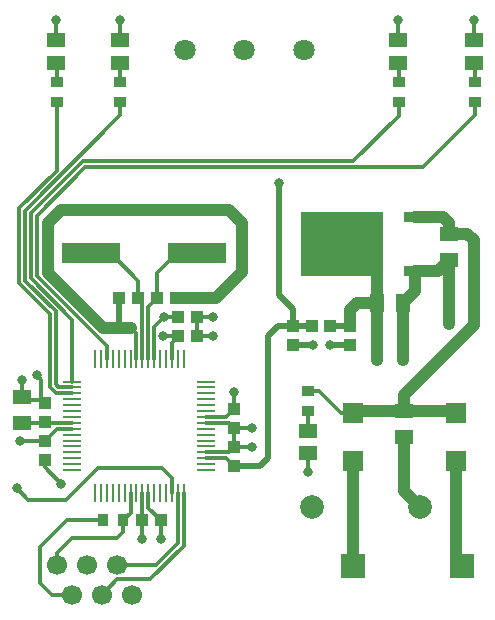
<source format=gtl>
%FSLAX24Y24*%
%MOIN*%
G70*
G01*
G75*
G04 Layer_Physical_Order=1*
G04 Layer_Color=255*
%ADD10R,0.0669X0.0709*%
%ADD11R,0.0394X0.0394*%
%ADD12R,0.0614X0.0110*%
%ADD13R,0.0110X0.0614*%
%ADD14R,0.0394X0.0394*%
%ADD15R,0.0354X0.0394*%
%ADD16R,0.0591X0.0472*%
%ADD17R,0.0591X0.0512*%
%ADD18R,0.0394X0.0354*%
%ADD19R,0.0472X0.0591*%
%ADD20R,0.0748X0.0374*%
%ADD21R,0.2717X0.2165*%
%ADD22R,0.0433X0.0394*%
%ADD23R,0.1968X0.0669*%
%ADD24C,0.0118*%
%ADD25C,0.0394*%
%ADD26C,0.0197*%
%ADD27C,0.0669*%
%ADD28C,0.0709*%
%ADD29R,0.0787X0.0787*%
%ADD30C,0.0787*%
%ADD31C,0.0315*%
D10*
X11575Y7830D02*
D03*
Y9444D02*
D03*
X15000Y7830D02*
D03*
Y9444D02*
D03*
D11*
X4528Y5866D02*
D03*
X5157D02*
D03*
X6378Y12638D02*
D03*
X5748D02*
D03*
X6378Y12008D02*
D03*
X5748D02*
D03*
X3780Y13268D02*
D03*
X4409D02*
D03*
X5669D02*
D03*
X5039D02*
D03*
D12*
X2213Y7539D02*
D03*
Y7736D02*
D03*
Y7933D02*
D03*
Y8130D02*
D03*
Y8327D02*
D03*
Y8524D02*
D03*
Y8720D02*
D03*
Y8917D02*
D03*
Y9114D02*
D03*
Y9311D02*
D03*
Y9508D02*
D03*
Y9705D02*
D03*
Y9902D02*
D03*
Y10098D02*
D03*
Y10295D02*
D03*
Y10492D02*
D03*
X6685D02*
D03*
Y10295D02*
D03*
Y10098D02*
D03*
Y9902D02*
D03*
Y9705D02*
D03*
Y9508D02*
D03*
Y9311D02*
D03*
Y9114D02*
D03*
Y8917D02*
D03*
Y8720D02*
D03*
Y8524D02*
D03*
Y8327D02*
D03*
Y8130D02*
D03*
Y7933D02*
D03*
Y7736D02*
D03*
Y7539D02*
D03*
D13*
X2972Y11252D02*
D03*
X3169D02*
D03*
X3366D02*
D03*
X3563D02*
D03*
X3760D02*
D03*
X3957D02*
D03*
X4154D02*
D03*
X4350D02*
D03*
X4547D02*
D03*
X4744D02*
D03*
X4941D02*
D03*
X5138D02*
D03*
X5335D02*
D03*
X5531D02*
D03*
X5728D02*
D03*
X5925D02*
D03*
Y6780D02*
D03*
X5728D02*
D03*
X5531D02*
D03*
X5335D02*
D03*
X5138D02*
D03*
X4941D02*
D03*
X4744D02*
D03*
X4547D02*
D03*
X4350D02*
D03*
X4154D02*
D03*
X3957D02*
D03*
X3760D02*
D03*
X3563D02*
D03*
X3366D02*
D03*
X3169D02*
D03*
X2972D02*
D03*
D14*
X7598Y8937D02*
D03*
Y9567D02*
D03*
X1299Y9134D02*
D03*
Y9764D02*
D03*
Y7874D02*
D03*
Y8504D02*
D03*
X7598Y8307D02*
D03*
Y7677D02*
D03*
X11457Y12331D02*
D03*
Y11701D02*
D03*
X9567Y12331D02*
D03*
Y11701D02*
D03*
D15*
X3917Y5866D02*
D03*
X3248D02*
D03*
D16*
X551Y9094D02*
D03*
Y9961D02*
D03*
X13268Y9496D02*
D03*
Y8630D02*
D03*
X14764Y15402D02*
D03*
Y14535D02*
D03*
D17*
X10079Y8098D02*
D03*
Y8846D02*
D03*
X1673Y21870D02*
D03*
Y21122D02*
D03*
X15610Y21870D02*
D03*
Y21122D02*
D03*
X13071Y21870D02*
D03*
Y21122D02*
D03*
X3799Y21870D02*
D03*
Y21122D02*
D03*
D18*
X10079Y10185D02*
D03*
Y9516D02*
D03*
X1693Y19823D02*
D03*
Y20492D02*
D03*
X15630Y19823D02*
D03*
Y20492D02*
D03*
X13091Y19823D02*
D03*
Y20492D02*
D03*
X3819Y19823D02*
D03*
Y20492D02*
D03*
D19*
X12362Y13110D02*
D03*
X13228D02*
D03*
D20*
X13642Y14189D02*
D03*
Y15984D02*
D03*
D21*
X11201Y15087D02*
D03*
D22*
X10217Y12331D02*
D03*
X10807D02*
D03*
D23*
X6378Y14764D02*
D03*
X2835D02*
D03*
D24*
X1673Y21870D02*
Y22559D01*
X1693Y20492D02*
Y21102D01*
X15630Y20492D02*
Y21102D01*
X15610Y21870D02*
Y22559D01*
X13091Y20492D02*
Y21102D01*
X13071Y21870D02*
Y22559D01*
X3819Y20492D02*
Y21102D01*
X3799Y21870D02*
Y22559D01*
X1693Y4370D02*
Y4764D01*
X2205Y5276D01*
X3701D01*
X3917Y5492D01*
Y5866D01*
X3193Y3370D02*
X3720Y3898D01*
X4547Y5886D02*
Y6780D01*
X4744Y6280D02*
Y6780D01*
Y6280D02*
X5157Y5866D01*
X4154Y6102D02*
Y6780D01*
X3917Y5866D02*
X4154Y6102D01*
X4528Y5236D02*
Y5866D01*
X3693Y4370D02*
X5000D01*
X5728Y5098D01*
Y6780D01*
X4806Y3898D02*
X5925Y5017D01*
X3720Y3898D02*
X4806D01*
X5925Y5017D02*
Y6780D01*
X5157Y5236D02*
Y5866D01*
X6685Y9311D02*
X7343D01*
X7598Y9567D01*
Y10157D01*
X6685Y9114D02*
X7421D01*
X7598Y8937D01*
X8189D01*
X6685Y8130D02*
X7421D01*
X7598Y8307D01*
X8189D01*
X6685Y7933D02*
X7343D01*
X7598Y7677D01*
Y8307D02*
Y8937D01*
X1713Y8917D02*
X2213D01*
X1299Y8504D02*
X1713Y8917D01*
X1299Y7638D02*
Y7874D01*
X571Y9114D02*
X2213D01*
X2559Y17835D02*
X11575D01*
X2213Y10492D02*
Y12551D01*
X3366Y11252D02*
Y11676D01*
X1752Y10295D02*
X2213D01*
X1654Y10394D02*
X1752Y10295D01*
X1654Y10394D02*
Y12832D01*
X2213Y10098D02*
X2213Y10098D01*
X1670Y10098D02*
X2213D01*
X1457Y10312D02*
X1670Y10098D01*
X1457Y10312D02*
Y12750D01*
X1693Y17525D02*
Y19823D01*
X3819Y19373D02*
Y19823D01*
X11575Y17835D02*
X13091Y19350D01*
Y19823D01*
X2641Y17638D02*
X13898D01*
X15630Y19370D01*
Y19823D01*
X4547Y11252D02*
Y13130D01*
X4409Y13268D02*
X4547Y13130D01*
X4409Y13268D02*
Y13858D01*
X3504Y14764D02*
X4409Y13858D01*
X4744Y11252D02*
Y12972D01*
X5039Y13268D01*
Y14094D01*
X5709Y14764D01*
X4350Y11252D02*
Y12106D01*
X4173Y12283D02*
X4350Y12106D01*
X1024Y14019D02*
X3366Y11676D01*
X1024Y14019D02*
Y16021D01*
X2641Y17638D01*
X827Y13937D02*
Y16102D01*
X630Y13855D02*
Y16184D01*
X433Y13774D02*
Y16265D01*
X827Y13937D02*
X2213Y12551D01*
X827Y16102D02*
X2559Y17835D01*
X630Y13855D02*
X1654Y12832D01*
X630Y16184D02*
X3819Y19373D01*
X433Y13774D02*
X1457Y12750D01*
X433Y16265D02*
X1693Y17525D01*
X6378Y12638D02*
X6890D01*
X6378Y12008D02*
X6890D01*
X6378D02*
Y12638D01*
X1181Y9882D02*
Y10551D01*
X1024Y10709D02*
X1181Y10551D01*
X630Y9882D02*
X1181D01*
X1181Y9882D02*
X1181Y9882D01*
X1299Y9764D01*
X551Y9961D02*
Y10551D01*
X5276Y12638D02*
X5748D01*
X4941Y12303D02*
X5276Y12638D01*
X4941Y11252D02*
Y12303D01*
X5531Y11252D02*
Y11791D01*
X5748Y12008D01*
X5236D02*
X5748D01*
X354Y6929D02*
X748Y6535D01*
X2008D01*
X3071Y7598D01*
X5197D01*
X5531Y7264D01*
Y6780D02*
Y7264D01*
X11186Y9444D02*
X11575D01*
X10445Y10185D02*
X11186Y9444D01*
X10079Y10185D02*
X10445D01*
X10079Y8846D02*
Y9516D01*
Y7480D02*
Y8098D01*
X2047Y5866D02*
X3248D01*
X1142Y4961D02*
X2047Y5866D01*
X1142Y3780D02*
Y4961D01*
Y3780D02*
X1551Y3370D01*
X2193D01*
X1299Y7638D02*
X1850Y7087D01*
X472Y8504D02*
X472Y8504D01*
X1299D01*
D25*
X1417Y14098D02*
X3232Y12283D01*
X1417Y14098D02*
Y15787D01*
X1850Y16220D01*
X7441D01*
X7874Y15787D01*
Y14134D02*
Y15787D01*
X7008Y13268D02*
X7874Y14134D01*
X5669Y13268D02*
X7008D01*
X3232Y12283D02*
X3780D01*
X4173D01*
X11575Y4339D02*
Y7830D01*
X15000Y4535D02*
X15197Y4339D01*
X15000Y4535D02*
Y7830D01*
X13268Y9496D02*
X14948D01*
X11627D02*
X13268D01*
Y6858D02*
Y8630D01*
Y6858D02*
X13819Y6307D01*
X15386Y15402D02*
X15591Y15197D01*
X14764Y15402D02*
X15386D01*
X14764D02*
Y15787D01*
X14567Y15984D02*
X14764Y15787D01*
X13642Y15984D02*
X14567D01*
X13642Y14189D02*
X14417D01*
X14764Y14535D01*
Y12402D02*
Y14535D01*
X13268Y9496D02*
Y10039D01*
X15591Y12362D01*
Y15197D01*
X12362Y13110D02*
Y14370D01*
X11693Y13110D02*
X12362D01*
X11457Y12874D02*
X11693Y13110D01*
X11457Y12331D02*
Y12874D01*
X13228Y13110D02*
X13642Y13524D01*
Y14189D01*
X13228Y11220D02*
Y13110D01*
X12362Y11220D02*
Y11811D01*
Y12402D01*
Y13110D01*
D26*
X3780Y12283D02*
Y13268D01*
Y12283D02*
X3780Y12283D01*
X7598Y7677D02*
X8465D01*
X8740Y7953D01*
Y12008D01*
X9063Y12331D01*
X9094Y13386D02*
X9567Y12913D01*
X9094Y13386D02*
Y17126D01*
X9567Y12331D02*
Y12331D01*
Y12913D01*
X9063Y12331D02*
X9567D01*
X10217D01*
X10807Y12331D02*
X11457D01*
X9567Y11701D02*
X10228D01*
X10795D02*
X11457D01*
D27*
X4193Y3370D02*
D03*
X3693Y4370D02*
D03*
X3193Y3370D02*
D03*
X2693Y4370D02*
D03*
X2193Y3370D02*
D03*
X1693Y4370D02*
D03*
D28*
X9921Y21535D02*
D03*
X7953D02*
D03*
X5984D02*
D03*
D29*
X11575Y4339D02*
D03*
X15197D02*
D03*
D30*
X10197Y6307D02*
D03*
X13819D02*
D03*
D31*
X1673Y22559D02*
D03*
X15610D02*
D03*
X13071D02*
D03*
X3799D02*
D03*
X4528Y5236D02*
D03*
X5157D02*
D03*
X7598Y10157D02*
D03*
X8189Y8937D02*
D03*
Y8307D02*
D03*
X1850Y7087D02*
D03*
X4173Y12283D02*
D03*
X3232D02*
D03*
X1417Y14098D02*
D03*
Y15748D02*
D03*
X1850Y16220D02*
D03*
X4646D02*
D03*
X7441D02*
D03*
X7874Y15787D02*
D03*
Y14134D02*
D03*
X7008Y13268D02*
D03*
X6063Y16220D02*
D03*
X3189D02*
D03*
X2283Y13232D02*
D03*
X6890Y12638D02*
D03*
Y12008D02*
D03*
X1024Y10709D02*
D03*
X551Y10551D02*
D03*
X5236Y12008D02*
D03*
X5276Y12638D02*
D03*
X9094Y17126D02*
D03*
X354Y6929D02*
D03*
X13268Y8071D02*
D03*
Y7480D02*
D03*
X10079Y7480D02*
D03*
X14764Y12402D02*
D03*
X14764Y12992D02*
D03*
Y13583D02*
D03*
X10228Y11701D02*
D03*
X10795D02*
D03*
X12362Y11220D02*
D03*
Y11811D02*
D03*
Y12402D02*
D03*
X13228D02*
D03*
Y11811D02*
D03*
Y11220D02*
D03*
X472Y8504D02*
D03*
M02*

</source>
